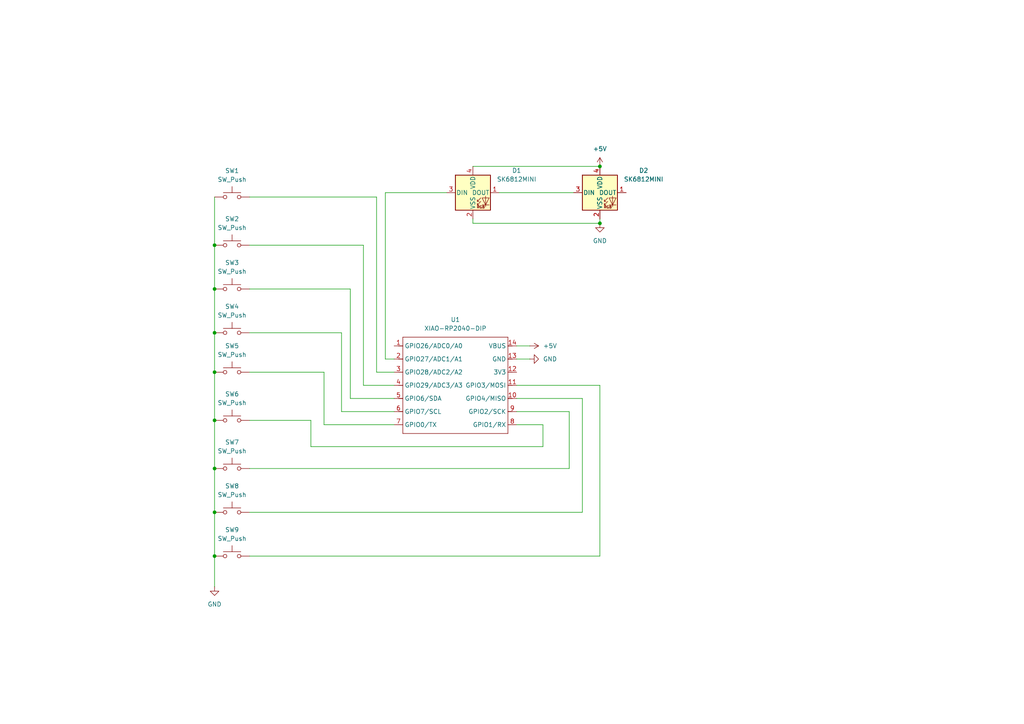
<source format=kicad_sch>
(kicad_sch
	(version 20250114)
	(generator "eeschema")
	(generator_version "9.0")
	(uuid "a17bded2-cd66-4cb5-92a3-1bcac6eeaa6f")
	(paper "A4")
	(lib_symbols
		(symbol "LED:SK6812MINI"
			(pin_names
				(offset 0.254)
			)
			(exclude_from_sim no)
			(in_bom yes)
			(on_board yes)
			(property "Reference" "D"
				(at 5.08 5.715 0)
				(effects
					(font
						(size 1.27 1.27)
					)
					(justify right bottom)
				)
			)
			(property "Value" "SK6812MINI"
				(at 1.27 -5.715 0)
				(effects
					(font
						(size 1.27 1.27)
					)
					(justify left top)
				)
			)
			(property "Footprint" "LED_SMD:LED_SK6812MINI_PLCC4_3.5x3.5mm_P1.75mm"
				(at 1.27 -7.62 0)
				(effects
					(font
						(size 1.27 1.27)
					)
					(justify left top)
					(hide yes)
				)
			)
			(property "Datasheet" "https://cdn-shop.adafruit.com/product-files/2686/SK6812MINI_REV.01-1-2.pdf"
				(at 2.54 -9.525 0)
				(effects
					(font
						(size 1.27 1.27)
					)
					(justify left top)
					(hide yes)
				)
			)
			(property "Description" "RGB LED with integrated controller"
				(at 0 0 0)
				(effects
					(font
						(size 1.27 1.27)
					)
					(hide yes)
				)
			)
			(property "ki_keywords" "RGB LED NeoPixel Mini addressable"
				(at 0 0 0)
				(effects
					(font
						(size 1.27 1.27)
					)
					(hide yes)
				)
			)
			(property "ki_fp_filters" "LED*SK6812MINI*PLCC*3.5x3.5mm*P1.75mm*"
				(at 0 0 0)
				(effects
					(font
						(size 1.27 1.27)
					)
					(hide yes)
				)
			)
			(symbol "SK6812MINI_0_0"
				(text "RGB"
					(at 2.286 -4.191 0)
					(effects
						(font
							(size 0.762 0.762)
						)
					)
				)
			)
			(symbol "SK6812MINI_0_1"
				(polyline
					(pts
						(xy 1.27 -2.54) (xy 1.778 -2.54)
					)
					(stroke
						(width 0)
						(type default)
					)
					(fill
						(type none)
					)
				)
				(polyline
					(pts
						(xy 1.27 -3.556) (xy 1.778 -3.556)
					)
					(stroke
						(width 0)
						(type default)
					)
					(fill
						(type none)
					)
				)
				(polyline
					(pts
						(xy 2.286 -1.524) (xy 1.27 -2.54) (xy 1.27 -2.032)
					)
					(stroke
						(width 0)
						(type default)
					)
					(fill
						(type none)
					)
				)
				(polyline
					(pts
						(xy 2.286 -2.54) (xy 1.27 -3.556) (xy 1.27 -3.048)
					)
					(stroke
						(width 0)
						(type default)
					)
					(fill
						(type none)
					)
				)
				(polyline
					(pts
						(xy 3.683 -1.016) (xy 3.683 -3.556) (xy 3.683 -4.064)
					)
					(stroke
						(width 0)
						(type default)
					)
					(fill
						(type none)
					)
				)
				(polyline
					(pts
						(xy 4.699 -1.524) (xy 2.667 -1.524) (xy 3.683 -3.556) (xy 4.699 -1.524)
					)
					(stroke
						(width 0)
						(type default)
					)
					(fill
						(type none)
					)
				)
				(polyline
					(pts
						(xy 4.699 -3.556) (xy 2.667 -3.556)
					)
					(stroke
						(width 0)
						(type default)
					)
					(fill
						(type none)
					)
				)
				(rectangle
					(start 5.08 5.08)
					(end -5.08 -5.08)
					(stroke
						(width 0.254)
						(type default)
					)
					(fill
						(type background)
					)
				)
			)
			(symbol "SK6812MINI_1_1"
				(pin input line
					(at -7.62 0 0)
					(length 2.54)
					(name "DIN"
						(effects
							(font
								(size 1.27 1.27)
							)
						)
					)
					(number "3"
						(effects
							(font
								(size 1.27 1.27)
							)
						)
					)
				)
				(pin power_in line
					(at 0 7.62 270)
					(length 2.54)
					(name "VDD"
						(effects
							(font
								(size 1.27 1.27)
							)
						)
					)
					(number "4"
						(effects
							(font
								(size 1.27 1.27)
							)
						)
					)
				)
				(pin power_in line
					(at 0 -7.62 90)
					(length 2.54)
					(name "VSS"
						(effects
							(font
								(size 1.27 1.27)
							)
						)
					)
					(number "2"
						(effects
							(font
								(size 1.27 1.27)
							)
						)
					)
				)
				(pin output line
					(at 7.62 0 180)
					(length 2.54)
					(name "DOUT"
						(effects
							(font
								(size 1.27 1.27)
							)
						)
					)
					(number "1"
						(effects
							(font
								(size 1.27 1.27)
							)
						)
					)
				)
			)
			(embedded_fonts no)
		)
		(symbol "Seeed_Studio_XIAO_Series:XIAO-RP2040-DIP"
			(exclude_from_sim no)
			(in_bom yes)
			(on_board yes)
			(property "Reference" "U"
				(at 0 0 0)
				(effects
					(font
						(size 1.27 1.27)
					)
				)
			)
			(property "Value" "XIAO-RP2040-DIP"
				(at 5.334 -1.778 0)
				(effects
					(font
						(size 1.27 1.27)
					)
				)
			)
			(property "Footprint" "Module:MOUDLE14P-XIAO-DIP-SMD"
				(at 14.478 -32.258 0)
				(effects
					(font
						(size 1.27 1.27)
					)
					(hide yes)
				)
			)
			(property "Datasheet" ""
				(at 0 0 0)
				(effects
					(font
						(size 1.27 1.27)
					)
					(hide yes)
				)
			)
			(property "Description" ""
				(at 0 0 0)
				(effects
					(font
						(size 1.27 1.27)
					)
					(hide yes)
				)
			)
			(symbol "XIAO-RP2040-DIP_1_0"
				(polyline
					(pts
						(xy -1.27 -2.54) (xy 29.21 -2.54)
					)
					(stroke
						(width 0.1524)
						(type solid)
					)
					(fill
						(type none)
					)
				)
				(polyline
					(pts
						(xy -1.27 -5.08) (xy -2.54 -5.08)
					)
					(stroke
						(width 0.1524)
						(type solid)
					)
					(fill
						(type none)
					)
				)
				(polyline
					(pts
						(xy -1.27 -5.08) (xy -1.27 -2.54)
					)
					(stroke
						(width 0.1524)
						(type solid)
					)
					(fill
						(type none)
					)
				)
				(polyline
					(pts
						(xy -1.27 -8.89) (xy -2.54 -8.89)
					)
					(stroke
						(width 0.1524)
						(type solid)
					)
					(fill
						(type none)
					)
				)
				(polyline
					(pts
						(xy -1.27 -8.89) (xy -1.27 -5.08)
					)
					(stroke
						(width 0.1524)
						(type solid)
					)
					(fill
						(type none)
					)
				)
				(polyline
					(pts
						(xy -1.27 -12.7) (xy -2.54 -12.7)
					)
					(stroke
						(width 0.1524)
						(type solid)
					)
					(fill
						(type none)
					)
				)
				(polyline
					(pts
						(xy -1.27 -12.7) (xy -1.27 -8.89)
					)
					(stroke
						(width 0.1524)
						(type solid)
					)
					(fill
						(type none)
					)
				)
				(polyline
					(pts
						(xy -1.27 -16.51) (xy -2.54 -16.51)
					)
					(stroke
						(width 0.1524)
						(type solid)
					)
					(fill
						(type none)
					)
				)
				(polyline
					(pts
						(xy -1.27 -16.51) (xy -1.27 -12.7)
					)
					(stroke
						(width 0.1524)
						(type solid)
					)
					(fill
						(type none)
					)
				)
				(polyline
					(pts
						(xy -1.27 -20.32) (xy -2.54 -20.32)
					)
					(stroke
						(width 0.1524)
						(type solid)
					)
					(fill
						(type none)
					)
				)
				(polyline
					(pts
						(xy -1.27 -24.13) (xy -2.54 -24.13)
					)
					(stroke
						(width 0.1524)
						(type solid)
					)
					(fill
						(type none)
					)
				)
				(polyline
					(pts
						(xy -1.27 -27.94) (xy -2.54 -27.94)
					)
					(stroke
						(width 0.1524)
						(type solid)
					)
					(fill
						(type none)
					)
				)
				(polyline
					(pts
						(xy -1.27 -30.48) (xy -1.27 -16.51)
					)
					(stroke
						(width 0.1524)
						(type solid)
					)
					(fill
						(type none)
					)
				)
				(polyline
					(pts
						(xy 29.21 -2.54) (xy 29.21 -5.08)
					)
					(stroke
						(width 0.1524)
						(type solid)
					)
					(fill
						(type none)
					)
				)
				(polyline
					(pts
						(xy 29.21 -5.08) (xy 29.21 -8.89)
					)
					(stroke
						(width 0.1524)
						(type solid)
					)
					(fill
						(type none)
					)
				)
				(polyline
					(pts
						(xy 29.21 -8.89) (xy 29.21 -12.7)
					)
					(stroke
						(width 0.1524)
						(type solid)
					)
					(fill
						(type none)
					)
				)
				(polyline
					(pts
						(xy 29.21 -12.7) (xy 29.21 -30.48)
					)
					(stroke
						(width 0.1524)
						(type solid)
					)
					(fill
						(type none)
					)
				)
				(polyline
					(pts
						(xy 29.21 -30.48) (xy -1.27 -30.48)
					)
					(stroke
						(width 0.1524)
						(type solid)
					)
					(fill
						(type none)
					)
				)
				(polyline
					(pts
						(xy 30.48 -5.08) (xy 29.21 -5.08)
					)
					(stroke
						(width 0.1524)
						(type solid)
					)
					(fill
						(type none)
					)
				)
				(polyline
					(pts
						(xy 30.48 -8.89) (xy 29.21 -8.89)
					)
					(stroke
						(width 0.1524)
						(type solid)
					)
					(fill
						(type none)
					)
				)
				(polyline
					(pts
						(xy 30.48 -12.7) (xy 29.21 -12.7)
					)
					(stroke
						(width 0.1524)
						(type solid)
					)
					(fill
						(type none)
					)
				)
				(polyline
					(pts
						(xy 30.48 -16.51) (xy 29.21 -16.51)
					)
					(stroke
						(width 0.1524)
						(type solid)
					)
					(fill
						(type none)
					)
				)
				(polyline
					(pts
						(xy 30.48 -20.32) (xy 29.21 -20.32)
					)
					(stroke
						(width 0.1524)
						(type solid)
					)
					(fill
						(type none)
					)
				)
				(polyline
					(pts
						(xy 30.48 -24.13) (xy 29.21 -24.13)
					)
					(stroke
						(width 0.1524)
						(type solid)
					)
					(fill
						(type none)
					)
				)
				(polyline
					(pts
						(xy 30.48 -27.94) (xy 29.21 -27.94)
					)
					(stroke
						(width 0.1524)
						(type solid)
					)
					(fill
						(type none)
					)
				)
				(pin passive line
					(at -3.81 -5.08 0)
					(length 2.54)
					(name "GPIO26/ADC0/A0"
						(effects
							(font
								(size 1.27 1.27)
							)
						)
					)
					(number "1"
						(effects
							(font
								(size 1.27 1.27)
							)
						)
					)
				)
				(pin passive line
					(at -3.81 -8.89 0)
					(length 2.54)
					(name "GPIO27/ADC1/A1"
						(effects
							(font
								(size 1.27 1.27)
							)
						)
					)
					(number "2"
						(effects
							(font
								(size 1.27 1.27)
							)
						)
					)
				)
				(pin passive line
					(at -3.81 -12.7 0)
					(length 2.54)
					(name "GPIO28/ADC2/A2"
						(effects
							(font
								(size 1.27 1.27)
							)
						)
					)
					(number "3"
						(effects
							(font
								(size 1.27 1.27)
							)
						)
					)
				)
				(pin passive line
					(at -3.81 -16.51 0)
					(length 2.54)
					(name "GPIO29/ADC3/A3"
						(effects
							(font
								(size 1.27 1.27)
							)
						)
					)
					(number "4"
						(effects
							(font
								(size 1.27 1.27)
							)
						)
					)
				)
				(pin passive line
					(at -3.81 -20.32 0)
					(length 2.54)
					(name "GPIO6/SDA"
						(effects
							(font
								(size 1.27 1.27)
							)
						)
					)
					(number "5"
						(effects
							(font
								(size 1.27 1.27)
							)
						)
					)
				)
				(pin passive line
					(at -3.81 -24.13 0)
					(length 2.54)
					(name "GPIO7/SCL"
						(effects
							(font
								(size 1.27 1.27)
							)
						)
					)
					(number "6"
						(effects
							(font
								(size 1.27 1.27)
							)
						)
					)
				)
				(pin passive line
					(at -3.81 -27.94 0)
					(length 2.54)
					(name "GPIO0/TX"
						(effects
							(font
								(size 1.27 1.27)
							)
						)
					)
					(number "7"
						(effects
							(font
								(size 1.27 1.27)
							)
						)
					)
				)
				(pin passive line
					(at 31.75 -5.08 180)
					(length 2.54)
					(name "VBUS"
						(effects
							(font
								(size 1.27 1.27)
							)
						)
					)
					(number "14"
						(effects
							(font
								(size 1.27 1.27)
							)
						)
					)
				)
				(pin passive line
					(at 31.75 -8.89 180)
					(length 2.54)
					(name "GND"
						(effects
							(font
								(size 1.27 1.27)
							)
						)
					)
					(number "13"
						(effects
							(font
								(size 1.27 1.27)
							)
						)
					)
				)
				(pin passive line
					(at 31.75 -12.7 180)
					(length 2.54)
					(name "3V3"
						(effects
							(font
								(size 1.27 1.27)
							)
						)
					)
					(number "12"
						(effects
							(font
								(size 1.27 1.27)
							)
						)
					)
				)
				(pin passive line
					(at 31.75 -16.51 180)
					(length 2.54)
					(name "GPIO3/MOSI"
						(effects
							(font
								(size 1.27 1.27)
							)
						)
					)
					(number "11"
						(effects
							(font
								(size 1.27 1.27)
							)
						)
					)
				)
				(pin passive line
					(at 31.75 -20.32 180)
					(length 2.54)
					(name "GPIO4/MISO"
						(effects
							(font
								(size 1.27 1.27)
							)
						)
					)
					(number "10"
						(effects
							(font
								(size 1.27 1.27)
							)
						)
					)
				)
				(pin passive line
					(at 31.75 -24.13 180)
					(length 2.54)
					(name "GPIO2/SCK"
						(effects
							(font
								(size 1.27 1.27)
							)
						)
					)
					(number "9"
						(effects
							(font
								(size 1.27 1.27)
							)
						)
					)
				)
				(pin passive line
					(at 31.75 -27.94 180)
					(length 2.54)
					(name "GPIO1/RX"
						(effects
							(font
								(size 1.27 1.27)
							)
						)
					)
					(number "8"
						(effects
							(font
								(size 1.27 1.27)
							)
						)
					)
				)
			)
			(embedded_fonts no)
		)
		(symbol "Switch:SW_Push"
			(pin_numbers
				(hide yes)
			)
			(pin_names
				(offset 1.016)
				(hide yes)
			)
			(exclude_from_sim no)
			(in_bom yes)
			(on_board yes)
			(property "Reference" "SW"
				(at 1.27 2.54 0)
				(effects
					(font
						(size 1.27 1.27)
					)
					(justify left)
				)
			)
			(property "Value" "SW_Push"
				(at 0 -1.524 0)
				(effects
					(font
						(size 1.27 1.27)
					)
				)
			)
			(property "Footprint" ""
				(at 0 5.08 0)
				(effects
					(font
						(size 1.27 1.27)
					)
					(hide yes)
				)
			)
			(property "Datasheet" "~"
				(at 0 5.08 0)
				(effects
					(font
						(size 1.27 1.27)
					)
					(hide yes)
				)
			)
			(property "Description" "Push button switch, generic, two pins"
				(at 0 0 0)
				(effects
					(font
						(size 1.27 1.27)
					)
					(hide yes)
				)
			)
			(property "ki_keywords" "switch normally-open pushbutton push-button"
				(at 0 0 0)
				(effects
					(font
						(size 1.27 1.27)
					)
					(hide yes)
				)
			)
			(symbol "SW_Push_0_1"
				(circle
					(center -2.032 0)
					(radius 0.508)
					(stroke
						(width 0)
						(type default)
					)
					(fill
						(type none)
					)
				)
				(polyline
					(pts
						(xy 0 1.27) (xy 0 3.048)
					)
					(stroke
						(width 0)
						(type default)
					)
					(fill
						(type none)
					)
				)
				(circle
					(center 2.032 0)
					(radius 0.508)
					(stroke
						(width 0)
						(type default)
					)
					(fill
						(type none)
					)
				)
				(polyline
					(pts
						(xy 2.54 1.27) (xy -2.54 1.27)
					)
					(stroke
						(width 0)
						(type default)
					)
					(fill
						(type none)
					)
				)
				(pin passive line
					(at -5.08 0 0)
					(length 2.54)
					(name "1"
						(effects
							(font
								(size 1.27 1.27)
							)
						)
					)
					(number "1"
						(effects
							(font
								(size 1.27 1.27)
							)
						)
					)
				)
				(pin passive line
					(at 5.08 0 180)
					(length 2.54)
					(name "2"
						(effects
							(font
								(size 1.27 1.27)
							)
						)
					)
					(number "2"
						(effects
							(font
								(size 1.27 1.27)
							)
						)
					)
				)
			)
			(embedded_fonts no)
		)
		(symbol "power:GND"
			(power)
			(pin_numbers
				(hide yes)
			)
			(pin_names
				(offset 0)
				(hide yes)
			)
			(exclude_from_sim no)
			(in_bom yes)
			(on_board yes)
			(property "Reference" "#PWR"
				(at 0 -6.35 0)
				(effects
					(font
						(size 1.27 1.27)
					)
					(hide yes)
				)
			)
			(property "Value" "GND"
				(at 0 -3.81 0)
				(effects
					(font
						(size 1.27 1.27)
					)
				)
			)
			(property "Footprint" ""
				(at 0 0 0)
				(effects
					(font
						(size 1.27 1.27)
					)
					(hide yes)
				)
			)
			(property "Datasheet" ""
				(at 0 0 0)
				(effects
					(font
						(size 1.27 1.27)
					)
					(hide yes)
				)
			)
			(property "Description" "Power symbol creates a global label with name \"GND\" , ground"
				(at 0 0 0)
				(effects
					(font
						(size 1.27 1.27)
					)
					(hide yes)
				)
			)
			(property "ki_keywords" "global power"
				(at 0 0 0)
				(effects
					(font
						(size 1.27 1.27)
					)
					(hide yes)
				)
			)
			(symbol "GND_0_1"
				(polyline
					(pts
						(xy 0 0) (xy 0 -1.27) (xy 1.27 -1.27) (xy 0 -2.54) (xy -1.27 -1.27) (xy 0 -1.27)
					)
					(stroke
						(width 0)
						(type default)
					)
					(fill
						(type none)
					)
				)
			)
			(symbol "GND_1_1"
				(pin power_in line
					(at 0 0 270)
					(length 0)
					(name "~"
						(effects
							(font
								(size 1.27 1.27)
							)
						)
					)
					(number "1"
						(effects
							(font
								(size 1.27 1.27)
							)
						)
					)
				)
			)
			(embedded_fonts no)
		)
		(symbol "power:VCC"
			(power)
			(pin_numbers
				(hide yes)
			)
			(pin_names
				(offset 0)
				(hide yes)
			)
			(exclude_from_sim no)
			(in_bom yes)
			(on_board yes)
			(property "Reference" "#PWR"
				(at 0 -3.81 0)
				(effects
					(font
						(size 1.27 1.27)
					)
					(hide yes)
				)
			)
			(property "Value" "VCC"
				(at 0 3.556 0)
				(effects
					(font
						(size 1.27 1.27)
					)
				)
			)
			(property "Footprint" ""
				(at 0 0 0)
				(effects
					(font
						(size 1.27 1.27)
					)
					(hide yes)
				)
			)
			(property "Datasheet" ""
				(at 0 0 0)
				(effects
					(font
						(size 1.27 1.27)
					)
					(hide yes)
				)
			)
			(property "Description" "Power symbol creates a global label with name \"VCC\""
				(at 0 0 0)
				(effects
					(font
						(size 1.27 1.27)
					)
					(hide yes)
				)
			)
			(property "ki_keywords" "global power"
				(at 0 0 0)
				(effects
					(font
						(size 1.27 1.27)
					)
					(hide yes)
				)
			)
			(symbol "VCC_0_1"
				(polyline
					(pts
						(xy -0.762 1.27) (xy 0 2.54)
					)
					(stroke
						(width 0)
						(type default)
					)
					(fill
						(type none)
					)
				)
				(polyline
					(pts
						(xy 0 2.54) (xy 0.762 1.27)
					)
					(stroke
						(width 0)
						(type default)
					)
					(fill
						(type none)
					)
				)
				(polyline
					(pts
						(xy 0 0) (xy 0 2.54)
					)
					(stroke
						(width 0)
						(type default)
					)
					(fill
						(type none)
					)
				)
			)
			(symbol "VCC_1_1"
				(pin power_in line
					(at 0 0 90)
					(length 0)
					(name "~"
						(effects
							(font
								(size 1.27 1.27)
							)
						)
					)
					(number "1"
						(effects
							(font
								(size 1.27 1.27)
							)
						)
					)
				)
			)
			(embedded_fonts no)
		)
	)
	(junction
		(at 173.99 48.26)
		(diameter 0)
		(color 0 0 0 0)
		(uuid "27f53741-9c03-432a-97e9-e04618165795")
	)
	(junction
		(at 62.23 71.12)
		(diameter 0)
		(color 0 0 0 0)
		(uuid "4cb9061e-8936-41fa-870f-fcbce09044d5")
	)
	(junction
		(at 62.23 161.29)
		(diameter 0)
		(color 0 0 0 0)
		(uuid "67bfa53b-9c2b-47ce-9f14-50c35faad69d")
	)
	(junction
		(at 62.23 121.92)
		(diameter 0)
		(color 0 0 0 0)
		(uuid "73abfeb0-29e3-4560-afd0-080cc78b9e20")
	)
	(junction
		(at 62.23 135.89)
		(diameter 0)
		(color 0 0 0 0)
		(uuid "7e656687-7e51-4d2d-af6c-e9a8885e629d")
	)
	(junction
		(at 62.23 148.59)
		(diameter 0)
		(color 0 0 0 0)
		(uuid "988c4943-0c58-4b24-9f92-aba54139a643")
	)
	(junction
		(at 62.23 107.95)
		(diameter 0)
		(color 0 0 0 0)
		(uuid "99dc85b3-d994-4fa0-8468-f7421efb293a")
	)
	(junction
		(at 62.23 96.52)
		(diameter 0)
		(color 0 0 0 0)
		(uuid "c039b4d2-bb98-4ba7-acf0-cf5860ecbab3")
	)
	(junction
		(at 173.99 64.77)
		(diameter 0)
		(color 0 0 0 0)
		(uuid "d1e7cbcf-b459-4ae7-8141-c10683d2b8d0")
	)
	(junction
		(at 62.23 83.82)
		(diameter 0)
		(color 0 0 0 0)
		(uuid "eacae5ee-3682-47fc-b3cf-27a52822505f")
	)
	(wire
		(pts
			(xy 62.23 135.89) (xy 62.23 148.59)
		)
		(stroke
			(width 0)
			(type default)
		)
		(uuid "0793082f-518a-4ea8-80ba-ab9cd1ec452d")
	)
	(wire
		(pts
			(xy 62.23 161.29) (xy 62.23 170.18)
		)
		(stroke
			(width 0)
			(type default)
		)
		(uuid "07e8d9d1-3bdd-409d-a4c6-1f8ff75e368a")
	)
	(wire
		(pts
			(xy 109.22 57.15) (xy 109.22 107.95)
		)
		(stroke
			(width 0)
			(type default)
		)
		(uuid "0c506edf-d743-4bd5-868c-af6bd8a7691d")
	)
	(wire
		(pts
			(xy 99.06 96.52) (xy 99.06 119.38)
		)
		(stroke
			(width 0)
			(type default)
		)
		(uuid "0d5dae64-5a0e-4e3c-b80d-d33028bda4b8")
	)
	(wire
		(pts
			(xy 101.6 83.82) (xy 101.6 115.57)
		)
		(stroke
			(width 0)
			(type default)
		)
		(uuid "12ef1d47-7761-4bc9-9bdb-e5b8be622c20")
	)
	(wire
		(pts
			(xy 101.6 115.57) (xy 114.3 115.57)
		)
		(stroke
			(width 0)
			(type default)
		)
		(uuid "1602f7fe-1583-4924-b627-a62e65224202")
	)
	(wire
		(pts
			(xy 72.39 121.92) (xy 90.17 121.92)
		)
		(stroke
			(width 0)
			(type default)
		)
		(uuid "17263cc2-d343-4b33-9abf-ab57dc957e9c")
	)
	(wire
		(pts
			(xy 168.91 148.59) (xy 168.91 115.57)
		)
		(stroke
			(width 0)
			(type default)
		)
		(uuid "21a3c1c1-9794-4caa-9b71-6ccb585384b8")
	)
	(wire
		(pts
			(xy 90.17 129.54) (xy 157.48 129.54)
		)
		(stroke
			(width 0)
			(type default)
		)
		(uuid "24154e96-d1e1-4763-912a-c9e15842a816")
	)
	(wire
		(pts
			(xy 173.99 63.5) (xy 173.99 64.77)
		)
		(stroke
			(width 0)
			(type default)
		)
		(uuid "244ef4cb-b821-44f1-89d4-35ad28c84083")
	)
	(wire
		(pts
			(xy 62.23 71.12) (xy 62.23 83.82)
		)
		(stroke
			(width 0)
			(type default)
		)
		(uuid "2aadd77a-ff0f-4049-b586-a82228574b61")
	)
	(wire
		(pts
			(xy 72.39 148.59) (xy 168.91 148.59)
		)
		(stroke
			(width 0)
			(type default)
		)
		(uuid "40748c25-902f-4fbf-924b-9c67e9d286cf")
	)
	(wire
		(pts
			(xy 137.16 48.26) (xy 173.99 48.26)
		)
		(stroke
			(width 0)
			(type default)
		)
		(uuid "465d0e0f-3783-4cf1-acd9-46ab0aa2d158")
	)
	(wire
		(pts
			(xy 105.41 71.12) (xy 105.41 111.76)
		)
		(stroke
			(width 0)
			(type default)
		)
		(uuid "4bba319c-8db7-4180-b3c2-5be4797894c2")
	)
	(wire
		(pts
			(xy 72.39 83.82) (xy 101.6 83.82)
		)
		(stroke
			(width 0)
			(type default)
		)
		(uuid "53ece5f0-3e38-4011-83ee-db86b962e391")
	)
	(wire
		(pts
			(xy 111.76 104.14) (xy 114.3 104.14)
		)
		(stroke
			(width 0)
			(type default)
		)
		(uuid "5efe7340-1a59-4d32-8c46-efc2c39efcf6")
	)
	(wire
		(pts
			(xy 149.86 100.33) (xy 153.67 100.33)
		)
		(stroke
			(width 0)
			(type default)
		)
		(uuid "60cdfedf-1815-48a0-8d5f-703a2b2c0aae")
	)
	(wire
		(pts
			(xy 93.98 107.95) (xy 93.98 123.19)
		)
		(stroke
			(width 0)
			(type default)
		)
		(uuid "616080dc-3048-48b6-9b5d-fcdddd55d85b")
	)
	(wire
		(pts
			(xy 173.99 161.29) (xy 173.99 111.76)
		)
		(stroke
			(width 0)
			(type default)
		)
		(uuid "635884e8-d645-495d-aa53-82a7ae152397")
	)
	(wire
		(pts
			(xy 62.23 83.82) (xy 62.23 96.52)
		)
		(stroke
			(width 0)
			(type default)
		)
		(uuid "63ca825e-e649-4ae6-97a0-3b109e8b18c3")
	)
	(wire
		(pts
			(xy 165.1 135.89) (xy 165.1 119.38)
		)
		(stroke
			(width 0)
			(type default)
		)
		(uuid "658299bd-a5bf-450a-9e95-a45b8fad207d")
	)
	(wire
		(pts
			(xy 173.99 111.76) (xy 149.86 111.76)
		)
		(stroke
			(width 0)
			(type default)
		)
		(uuid "66281a31-ba00-4b61-af74-3417899cd88d")
	)
	(wire
		(pts
			(xy 168.91 115.57) (xy 149.86 115.57)
		)
		(stroke
			(width 0)
			(type default)
		)
		(uuid "67a30768-7012-4c72-9388-623d2bb246ec")
	)
	(wire
		(pts
			(xy 72.39 107.95) (xy 93.98 107.95)
		)
		(stroke
			(width 0)
			(type default)
		)
		(uuid "786efad0-f655-4240-aed3-fe647a76fa3c")
	)
	(wire
		(pts
			(xy 111.76 55.88) (xy 111.76 104.14)
		)
		(stroke
			(width 0)
			(type default)
		)
		(uuid "8441adf8-dc17-4e68-884c-8ffa9895e25e")
	)
	(wire
		(pts
			(xy 109.22 107.95) (xy 114.3 107.95)
		)
		(stroke
			(width 0)
			(type default)
		)
		(uuid "859a1075-b705-4534-83ff-0d28a88c3f8d")
	)
	(wire
		(pts
			(xy 157.48 123.19) (xy 149.86 123.19)
		)
		(stroke
			(width 0)
			(type default)
		)
		(uuid "8acce611-0fc6-4914-9463-80d2cb081c45")
	)
	(wire
		(pts
			(xy 157.48 129.54) (xy 157.48 123.19)
		)
		(stroke
			(width 0)
			(type default)
		)
		(uuid "8de3d51e-e048-4d3f-8bf6-1ca20ba67d6a")
	)
	(wire
		(pts
			(xy 105.41 111.76) (xy 114.3 111.76)
		)
		(stroke
			(width 0)
			(type default)
		)
		(uuid "953905cd-4fca-4c77-8abc-7c864a5ad88a")
	)
	(wire
		(pts
			(xy 129.54 55.88) (xy 111.76 55.88)
		)
		(stroke
			(width 0)
			(type default)
		)
		(uuid "95fadc8b-7255-4a18-bad9-c9e388be92c3")
	)
	(wire
		(pts
			(xy 137.16 63.5) (xy 137.16 64.77)
		)
		(stroke
			(width 0)
			(type default)
		)
		(uuid "9f6302fb-d482-4cec-8948-5ab6ddbfe5b5")
	)
	(wire
		(pts
			(xy 93.98 123.19) (xy 114.3 123.19)
		)
		(stroke
			(width 0)
			(type default)
		)
		(uuid "a074c639-bc36-4a0a-8249-1dc42a460eec")
	)
	(wire
		(pts
			(xy 99.06 119.38) (xy 114.3 119.38)
		)
		(stroke
			(width 0)
			(type default)
		)
		(uuid "a30b0f0a-68d7-434c-8881-e109b9cf81d2")
	)
	(wire
		(pts
			(xy 165.1 119.38) (xy 149.86 119.38)
		)
		(stroke
			(width 0)
			(type default)
		)
		(uuid "a4fd1cb8-4b44-40af-89e9-01549a870052")
	)
	(wire
		(pts
			(xy 137.16 64.77) (xy 173.99 64.77)
		)
		(stroke
			(width 0)
			(type default)
		)
		(uuid "ae972f92-1946-4b7e-bda6-671e63a7a71e")
	)
	(wire
		(pts
			(xy 149.86 104.14) (xy 153.67 104.14)
		)
		(stroke
			(width 0)
			(type default)
		)
		(uuid "b6207702-aad5-43d6-98c5-ae49045800e3")
	)
	(wire
		(pts
			(xy 62.23 57.15) (xy 62.23 71.12)
		)
		(stroke
			(width 0)
			(type default)
		)
		(uuid "bd166825-3289-4105-a556-d530a3261a78")
	)
	(wire
		(pts
			(xy 62.23 107.95) (xy 62.23 121.92)
		)
		(stroke
			(width 0)
			(type default)
		)
		(uuid "c245f70a-696a-4cce-8817-4f8738e3945a")
	)
	(wire
		(pts
			(xy 72.39 135.89) (xy 165.1 135.89)
		)
		(stroke
			(width 0)
			(type default)
		)
		(uuid "c3f74899-5af1-440f-a68a-ef0240ba0996")
	)
	(wire
		(pts
			(xy 62.23 96.52) (xy 62.23 107.95)
		)
		(stroke
			(width 0)
			(type default)
		)
		(uuid "cbc9c9b8-b026-4756-8c41-4fc9a9fd43a5")
	)
	(wire
		(pts
			(xy 144.78 55.88) (xy 166.37 55.88)
		)
		(stroke
			(width 0)
			(type default)
		)
		(uuid "d3a2c4c1-62a9-49ff-a22e-4b20d55f2bcd")
	)
	(wire
		(pts
			(xy 62.23 148.59) (xy 62.23 161.29)
		)
		(stroke
			(width 0)
			(type default)
		)
		(uuid "db42c25f-a94c-465b-a03e-690f99cf4b72")
	)
	(wire
		(pts
			(xy 72.39 71.12) (xy 105.41 71.12)
		)
		(stroke
			(width 0)
			(type default)
		)
		(uuid "e654ef7a-e612-498b-82dd-10ed79cd342e")
	)
	(wire
		(pts
			(xy 72.39 161.29) (xy 173.99 161.29)
		)
		(stroke
			(width 0)
			(type default)
		)
		(uuid "eb83c0d4-00c4-428c-b202-3538c4dcb218")
	)
	(wire
		(pts
			(xy 72.39 57.15) (xy 109.22 57.15)
		)
		(stroke
			(width 0)
			(type default)
		)
		(uuid "f18be19d-faa1-44bf-a94f-093947cf9ca5")
	)
	(wire
		(pts
			(xy 72.39 96.52) (xy 99.06 96.52)
		)
		(stroke
			(width 0)
			(type default)
		)
		(uuid "f5b50871-5537-4099-8f4e-4af82140612c")
	)
	(wire
		(pts
			(xy 90.17 121.92) (xy 90.17 129.54)
		)
		(stroke
			(width 0)
			(type default)
		)
		(uuid "fc6d38c7-26a2-49d4-a0e5-5c901a6a4046")
	)
	(wire
		(pts
			(xy 62.23 121.92) (xy 62.23 135.89)
		)
		(stroke
			(width 0)
			(type default)
		)
		(uuid "fd516408-3f35-46ac-956e-513aff72edcd")
	)
	(symbol
		(lib_id "Switch:SW_Push")
		(at 67.31 135.89 0)
		(unit 1)
		(exclude_from_sim no)
		(in_bom yes)
		(on_board yes)
		(dnp no)
		(fields_autoplaced yes)
		(uuid "0644d745-8d8d-4fab-b2c8-0b8ca37d15cc")
		(property "Reference" "SW7"
			(at 67.31 128.27 0)
			(effects
				(font
					(size 1.27 1.27)
				)
			)
		)
		(property "Value" "SW_Push"
			(at 67.31 130.81 0)
			(effects
				(font
					(size 1.27 1.27)
				)
			)
		)
		(property "Footprint" "Button_Switch_Keyboard:SW_Cherry_MX_1.00u_PCB"
			(at 67.31 130.81 0)
			(effects
				(font
					(size 1.27 1.27)
				)
				(hide yes)
			)
		)
		(property "Datasheet" "~"
			(at 67.31 130.81 0)
			(effects
				(font
					(size 1.27 1.27)
				)
				(hide yes)
			)
		)
		(property "Description" "Push button switch, generic, two pins"
			(at 67.31 135.89 0)
			(effects
				(font
					(size 1.27 1.27)
				)
				(hide yes)
			)
		)
		(pin "2"
			(uuid "e30346cf-91ba-4542-97f3-b3f9fc9ce620")
		)
		(pin "1"
			(uuid "d3f60373-2d8e-490a-9cc8-15bafe7cb3f6")
		)
		(instances
			(project "HACKPAD"
				(path "/a17bded2-cd66-4cb5-92a3-1bcac6eeaa6f"
					(reference "SW7")
					(unit 1)
				)
			)
		)
	)
	(symbol
		(lib_id "Switch:SW_Push")
		(at 67.31 121.92 0)
		(unit 1)
		(exclude_from_sim no)
		(in_bom yes)
		(on_board yes)
		(dnp no)
		(fields_autoplaced yes)
		(uuid "1135d2f1-12fb-4eee-aea0-4a91771261b6")
		(property "Reference" "SW6"
			(at 67.31 114.3 0)
			(effects
				(font
					(size 1.27 1.27)
				)
			)
		)
		(property "Value" "SW_Push"
			(at 67.31 116.84 0)
			(effects
				(font
					(size 1.27 1.27)
				)
			)
		)
		(property "Footprint" "Button_Switch_Keyboard:SW_Cherry_MX_1.00u_PCB"
			(at 67.31 116.84 0)
			(effects
				(font
					(size 1.27 1.27)
				)
				(hide yes)
			)
		)
		(property "Datasheet" "~"
			(at 67.31 116.84 0)
			(effects
				(font
					(size 1.27 1.27)
				)
				(hide yes)
			)
		)
		(property "Description" "Push button switch, generic, two pins"
			(at 67.31 121.92 0)
			(effects
				(font
					(size 1.27 1.27)
				)
				(hide yes)
			)
		)
		(pin "2"
			(uuid "ae34e5b0-5f2b-44bc-bc89-7603dd154745")
		)
		(pin "1"
			(uuid "0916c9df-3b35-4d86-92ec-f93b042574c2")
		)
		(instances
			(project "HACKPAD"
				(path "/a17bded2-cd66-4cb5-92a3-1bcac6eeaa6f"
					(reference "SW6")
					(unit 1)
				)
			)
		)
	)
	(symbol
		(lib_id "Switch:SW_Push")
		(at 67.31 71.12 0)
		(unit 1)
		(exclude_from_sim no)
		(in_bom yes)
		(on_board yes)
		(dnp no)
		(fields_autoplaced yes)
		(uuid "13160055-5e8b-41c4-88d8-345b7b8e7300")
		(property "Reference" "SW2"
			(at 67.31 63.5 0)
			(effects
				(font
					(size 1.27 1.27)
				)
			)
		)
		(property "Value" "SW_Push"
			(at 67.31 66.04 0)
			(effects
				(font
					(size 1.27 1.27)
				)
			)
		)
		(property "Footprint" "Button_Switch_Keyboard:SW_Cherry_MX_1.00u_PCB"
			(at 67.31 66.04 0)
			(effects
				(font
					(size 1.27 1.27)
				)
				(hide yes)
			)
		)
		(property "Datasheet" "~"
			(at 67.31 66.04 0)
			(effects
				(font
					(size 1.27 1.27)
				)
				(hide yes)
			)
		)
		(property "Description" "Push button switch, generic, two pins"
			(at 67.31 71.12 0)
			(effects
				(font
					(size 1.27 1.27)
				)
				(hide yes)
			)
		)
		(pin "2"
			(uuid "c635e71f-793b-4e67-b5e3-a5f18f77390b")
		)
		(pin "1"
			(uuid "be3f5d33-5062-4817-9d8c-87a1a1d66534")
		)
		(instances
			(project "HACKPAD"
				(path "/a17bded2-cd66-4cb5-92a3-1bcac6eeaa6f"
					(reference "SW2")
					(unit 1)
				)
			)
		)
	)
	(symbol
		(lib_id "LED:SK6812MINI")
		(at 173.99 55.88 0)
		(unit 1)
		(exclude_from_sim no)
		(in_bom yes)
		(on_board yes)
		(dnp no)
		(fields_autoplaced yes)
		(uuid "1f8b79a8-fc14-4f95-8f4f-dd8ba08f3bfa")
		(property "Reference" "D2"
			(at 186.69 49.4598 0)
			(effects
				(font
					(size 1.27 1.27)
				)
			)
		)
		(property "Value" "SK6812MINI"
			(at 186.69 51.9998 0)
			(effects
				(font
					(size 1.27 1.27)
				)
			)
		)
		(property "Footprint" "LED_SMD:LED_SK6812MINI_PLCC4_3.5x3.5mm_P1.75mm"
			(at 175.26 63.5 0)
			(effects
				(font
					(size 1.27 1.27)
				)
				(justify left top)
				(hide yes)
			)
		)
		(property "Datasheet" "https://cdn-shop.adafruit.com/product-files/2686/SK6812MINI_REV.01-1-2.pdf"
			(at 176.53 65.405 0)
			(effects
				(font
					(size 1.27 1.27)
				)
				(justify left top)
				(hide yes)
			)
		)
		(property "Description" "RGB LED with integrated controller"
			(at 173.99 55.88 0)
			(effects
				(font
					(size 1.27 1.27)
				)
				(hide yes)
			)
		)
		(pin "4"
			(uuid "a5a915e1-fd4c-4505-bd7f-e4804ed8eacf")
		)
		(pin "2"
			(uuid "f4f70eca-5fc6-4f3f-9234-763240701db3")
		)
		(pin "3"
			(uuid "b43c8197-7a48-453e-be7c-f5df00e93fa9")
		)
		(pin "1"
			(uuid "60e9f49f-e435-43ef-b6e0-252936e01438")
		)
		(instances
			(project "HACKPAD"
				(path "/a17bded2-cd66-4cb5-92a3-1bcac6eeaa6f"
					(reference "D2")
					(unit 1)
				)
			)
		)
	)
	(symbol
		(lib_id "Switch:SW_Push")
		(at 67.31 57.15 0)
		(unit 1)
		(exclude_from_sim no)
		(in_bom yes)
		(on_board yes)
		(dnp no)
		(fields_autoplaced yes)
		(uuid "26cef452-e28c-4536-987d-eb14693dbe52")
		(property "Reference" "SW1"
			(at 67.31 49.53 0)
			(effects
				(font
					(size 1.27 1.27)
				)
			)
		)
		(property "Value" "SW_Push"
			(at 67.31 52.07 0)
			(effects
				(font
					(size 1.27 1.27)
				)
			)
		)
		(property "Footprint" "Button_Switch_Keyboard:SW_Cherry_MX_1.00u_PCB"
			(at 67.31 52.07 0)
			(effects
				(font
					(size 1.27 1.27)
				)
				(hide yes)
			)
		)
		(property "Datasheet" "~"
			(at 67.31 52.07 0)
			(effects
				(font
					(size 1.27 1.27)
				)
				(hide yes)
			)
		)
		(property "Description" "Push button switch, generic, two pins"
			(at 67.31 57.15 0)
			(effects
				(font
					(size 1.27 1.27)
				)
				(hide yes)
			)
		)
		(pin "2"
			(uuid "d3bb4e01-5345-480c-a985-086e64e5b021")
		)
		(pin "1"
			(uuid "b9212ce2-a1a9-482d-8981-7d64004c48aa")
		)
		(instances
			(project ""
				(path "/a17bded2-cd66-4cb5-92a3-1bcac6eeaa6f"
					(reference "SW1")
					(unit 1)
				)
			)
		)
	)
	(symbol
		(lib_id "Switch:SW_Push")
		(at 67.31 96.52 0)
		(unit 1)
		(exclude_from_sim no)
		(in_bom yes)
		(on_board yes)
		(dnp no)
		(fields_autoplaced yes)
		(uuid "3dc60d1b-a425-48e8-9e82-4b91be8095c1")
		(property "Reference" "SW4"
			(at 67.31 88.9 0)
			(effects
				(font
					(size 1.27 1.27)
				)
			)
		)
		(property "Value" "SW_Push"
			(at 67.31 91.44 0)
			(effects
				(font
					(size 1.27 1.27)
				)
			)
		)
		(property "Footprint" "Button_Switch_Keyboard:SW_Cherry_MX_1.00u_PCB"
			(at 67.31 91.44 0)
			(effects
				(font
					(size 1.27 1.27)
				)
				(hide yes)
			)
		)
		(property "Datasheet" "~"
			(at 67.31 91.44 0)
			(effects
				(font
					(size 1.27 1.27)
				)
				(hide yes)
			)
		)
		(property "Description" "Push button switch, generic, two pins"
			(at 67.31 96.52 0)
			(effects
				(font
					(size 1.27 1.27)
				)
				(hide yes)
			)
		)
		(pin "2"
			(uuid "eb43cff3-f1ef-49fc-acd7-8fc209988e58")
		)
		(pin "1"
			(uuid "4bed1571-8665-4420-9723-df613393b559")
		)
		(instances
			(project "HACKPAD"
				(path "/a17bded2-cd66-4cb5-92a3-1bcac6eeaa6f"
					(reference "SW4")
					(unit 1)
				)
			)
		)
	)
	(symbol
		(lib_id "power:VCC")
		(at 173.99 48.26 0)
		(unit 1)
		(exclude_from_sim no)
		(in_bom yes)
		(on_board yes)
		(dnp no)
		(fields_autoplaced yes)
		(uuid "425e24bd-cd5a-454c-9529-ee3df6c5c7d7")
		(property "Reference" "#PWR03"
			(at 173.99 52.07 0)
			(effects
				(font
					(size 1.27 1.27)
				)
				(hide yes)
			)
		)
		(property "Value" "+5V"
			(at 173.99 43.18 0)
			(effects
				(font
					(size 1.27 1.27)
				)
			)
		)
		(property "Footprint" ""
			(at 173.99 48.26 0)
			(effects
				(font
					(size 1.27 1.27)
				)
				(hide yes)
			)
		)
		(property "Datasheet" ""
			(at 173.99 48.26 0)
			(effects
				(font
					(size 1.27 1.27)
				)
				(hide yes)
			)
		)
		(property "Description" "Power symbol creates a global label with name \"VCC\""
			(at 173.99 48.26 0)
			(effects
				(font
					(size 1.27 1.27)
				)
				(hide yes)
			)
		)
		(pin "1"
			(uuid "82245ff8-b077-4652-820e-6a995ace7089")
		)
		(instances
			(project ""
				(path "/a17bded2-cd66-4cb5-92a3-1bcac6eeaa6f"
					(reference "#PWR03")
					(unit 1)
				)
			)
		)
	)
	(symbol
		(lib_id "Switch:SW_Push")
		(at 67.31 148.59 0)
		(unit 1)
		(exclude_from_sim no)
		(in_bom yes)
		(on_board yes)
		(dnp no)
		(fields_autoplaced yes)
		(uuid "524d2c33-640e-4336-94fb-2d4278d871a4")
		(property "Reference" "SW8"
			(at 67.31 140.97 0)
			(effects
				(font
					(size 1.27 1.27)
				)
			)
		)
		(property "Value" "SW_Push"
			(at 67.31 143.51 0)
			(effects
				(font
					(size 1.27 1.27)
				)
			)
		)
		(property "Footprint" "Button_Switch_Keyboard:SW_Cherry_MX_1.00u_PCB"
			(at 67.31 143.51 0)
			(effects
				(font
					(size 1.27 1.27)
				)
				(hide yes)
			)
		)
		(property "Datasheet" "~"
			(at 67.31 143.51 0)
			(effects
				(font
					(size 1.27 1.27)
				)
				(hide yes)
			)
		)
		(property "Description" "Push button switch, generic, two pins"
			(at 67.31 148.59 0)
			(effects
				(font
					(size 1.27 1.27)
				)
				(hide yes)
			)
		)
		(pin "2"
			(uuid "6e42fc99-4768-4867-b32f-a71d65d42d4f")
		)
		(pin "1"
			(uuid "b3a205df-a779-4fff-b41b-43dd5bd7dbc6")
		)
		(instances
			(project "HACKPAD"
				(path "/a17bded2-cd66-4cb5-92a3-1bcac6eeaa6f"
					(reference "SW8")
					(unit 1)
				)
			)
		)
	)
	(symbol
		(lib_id "Seeed_Studio_XIAO_Series:XIAO-RP2040-DIP")
		(at 118.11 95.25 0)
		(unit 1)
		(exclude_from_sim no)
		(in_bom yes)
		(on_board yes)
		(dnp no)
		(fields_autoplaced yes)
		(uuid "61e177a8-ad7a-4be0-b3a7-8320e684ecb8")
		(property "Reference" "U1"
			(at 132.08 92.71 0)
			(effects
				(font
					(size 1.27 1.27)
				)
			)
		)
		(property "Value" "XIAO-RP2040-DIP"
			(at 132.08 95.25 0)
			(effects
				(font
					(size 1.27 1.27)
				)
			)
		)
		(property "Footprint" "Seeed Studio XIAO Series Library:XIAO-RP2040-DIP"
			(at 132.588 127.508 0)
			(effects
				(font
					(size 1.27 1.27)
				)
				(hide yes)
			)
		)
		(property "Datasheet" ""
			(at 118.11 95.25 0)
			(effects
				(font
					(size 1.27 1.27)
				)
				(hide yes)
			)
		)
		(property "Description" ""
			(at 118.11 95.25 0)
			(effects
				(font
					(size 1.27 1.27)
				)
				(hide yes)
			)
		)
		(pin "7"
			(uuid "4a4fba0d-91f9-4450-a93c-d5c7b769e80e")
		)
		(pin "12"
			(uuid "0ebf4d00-025c-4b34-97aa-1b4efb49e4c5")
		)
		(pin "5"
			(uuid "82331917-1f70-4c9f-8515-7f78b9e859bc")
		)
		(pin "6"
			(uuid "7e2a54bf-c2be-4d32-8677-2a4fac205c26")
		)
		(pin "8"
			(uuid "0d485817-e256-44a1-a29f-ca3d4bc13b85")
		)
		(pin "13"
			(uuid "6619ae94-120b-49be-adec-298241088d93")
		)
		(pin "10"
			(uuid "1e8e6486-7ffe-4d89-b90a-6da27c3bc449")
		)
		(pin "1"
			(uuid "71fe028a-1f2a-4822-a19f-0b0d610830a2")
		)
		(pin "14"
			(uuid "086d2594-ca3c-42df-9373-d10a3e204f78")
		)
		(pin "11"
			(uuid "e59fc76d-3b46-4813-9a9b-73f1a9352c36")
		)
		(pin "2"
			(uuid "afd78d1e-2ec9-4ac4-9a0a-a4edcd1215f7")
		)
		(pin "3"
			(uuid "1a185945-5d03-4957-a265-076cd3073b79")
		)
		(pin "4"
			(uuid "00f75abc-19d6-4eae-be36-d8ee555d9180")
		)
		(pin "9"
			(uuid "dc266ae8-423d-4d4e-8fe4-999e7b7de1f9")
		)
		(instances
			(project ""
				(path "/a17bded2-cd66-4cb5-92a3-1bcac6eeaa6f"
					(reference "U1")
					(unit 1)
				)
			)
		)
	)
	(symbol
		(lib_id "power:GND")
		(at 62.23 170.18 0)
		(unit 1)
		(exclude_from_sim no)
		(in_bom yes)
		(on_board yes)
		(dnp no)
		(fields_autoplaced yes)
		(uuid "713624af-2efd-4a2a-ba2e-b104314fcb92")
		(property "Reference" "#PWR05"
			(at 62.23 176.53 0)
			(effects
				(font
					(size 1.27 1.27)
				)
				(hide yes)
			)
		)
		(property "Value" "GND"
			(at 62.23 175.26 0)
			(effects
				(font
					(size 1.27 1.27)
				)
			)
		)
		(property "Footprint" ""
			(at 62.23 170.18 0)
			(effects
				(font
					(size 1.27 1.27)
				)
				(hide yes)
			)
		)
		(property "Datasheet" ""
			(at 62.23 170.18 0)
			(effects
				(font
					(size 1.27 1.27)
				)
				(hide yes)
			)
		)
		(property "Description" "Power symbol creates a global label with name \"GND\" , ground"
			(at 62.23 170.18 0)
			(effects
				(font
					(size 1.27 1.27)
				)
				(hide yes)
			)
		)
		(pin "1"
			(uuid "3a8f8f25-cbd7-45cc-9fd0-546671213402")
		)
		(instances
			(project "HACKPAD"
				(path "/a17bded2-cd66-4cb5-92a3-1bcac6eeaa6f"
					(reference "#PWR05")
					(unit 1)
				)
			)
		)
	)
	(symbol
		(lib_id "Switch:SW_Push")
		(at 67.31 107.95 0)
		(unit 1)
		(exclude_from_sim no)
		(in_bom yes)
		(on_board yes)
		(dnp no)
		(fields_autoplaced yes)
		(uuid "8e2b3cde-9f6a-4293-a1e6-d81d2d1afd56")
		(property "Reference" "SW5"
			(at 67.31 100.33 0)
			(effects
				(font
					(size 1.27 1.27)
				)
			)
		)
		(property "Value" "SW_Push"
			(at 67.31 102.87 0)
			(effects
				(font
					(size 1.27 1.27)
				)
			)
		)
		(property "Footprint" "Button_Switch_Keyboard:SW_Cherry_MX_1.00u_PCB"
			(at 67.31 102.87 0)
			(effects
				(font
					(size 1.27 1.27)
				)
				(hide yes)
			)
		)
		(property "Datasheet" "~"
			(at 67.31 102.87 0)
			(effects
				(font
					(size 1.27 1.27)
				)
				(hide yes)
			)
		)
		(property "Description" "Push button switch, generic, two pins"
			(at 67.31 107.95 0)
			(effects
				(font
					(size 1.27 1.27)
				)
				(hide yes)
			)
		)
		(pin "2"
			(uuid "b9865580-bd19-4629-b64e-a0bda4a9d88f")
		)
		(pin "1"
			(uuid "5b39badb-5769-47e1-8c92-6c6b5113f8a6")
		)
		(instances
			(project "HACKPAD"
				(path "/a17bded2-cd66-4cb5-92a3-1bcac6eeaa6f"
					(reference "SW5")
					(unit 1)
				)
			)
		)
	)
	(symbol
		(lib_id "power:GND")
		(at 173.99 64.77 0)
		(unit 1)
		(exclude_from_sim no)
		(in_bom yes)
		(on_board yes)
		(dnp no)
		(fields_autoplaced yes)
		(uuid "96891ce3-dd27-45ed-8452-a17289f58bf5")
		(property "Reference" "#PWR02"
			(at 173.99 71.12 0)
			(effects
				(font
					(size 1.27 1.27)
				)
				(hide yes)
			)
		)
		(property "Value" "GND"
			(at 173.99 69.85 0)
			(effects
				(font
					(size 1.27 1.27)
				)
			)
		)
		(property "Footprint" ""
			(at 173.99 64.77 0)
			(effects
				(font
					(size 1.27 1.27)
				)
				(hide yes)
			)
		)
		(property "Datasheet" ""
			(at 173.99 64.77 0)
			(effects
				(font
					(size 1.27 1.27)
				)
				(hide yes)
			)
		)
		(property "Description" "Power symbol creates a global label with name \"GND\" , ground"
			(at 173.99 64.77 0)
			(effects
				(font
					(size 1.27 1.27)
				)
				(hide yes)
			)
		)
		(pin "1"
			(uuid "b9a4db25-f210-4088-a3e9-1cd7c873258b")
		)
		(instances
			(project "HACKPAD"
				(path "/a17bded2-cd66-4cb5-92a3-1bcac6eeaa6f"
					(reference "#PWR02")
					(unit 1)
				)
			)
		)
	)
	(symbol
		(lib_id "Switch:SW_Push")
		(at 67.31 161.29 0)
		(unit 1)
		(exclude_from_sim no)
		(in_bom yes)
		(on_board yes)
		(dnp no)
		(fields_autoplaced yes)
		(uuid "a9012592-a001-40ac-833b-51950cdb87ce")
		(property "Reference" "SW9"
			(at 67.31 153.67 0)
			(effects
				(font
					(size 1.27 1.27)
				)
			)
		)
		(property "Value" "SW_Push"
			(at 67.31 156.21 0)
			(effects
				(font
					(size 1.27 1.27)
				)
			)
		)
		(property "Footprint" "Button_Switch_Keyboard:SW_Cherry_MX_1.00u_PCB"
			(at 67.31 156.21 0)
			(effects
				(font
					(size 1.27 1.27)
				)
				(hide yes)
			)
		)
		(property "Datasheet" "~"
			(at 67.31 156.21 0)
			(effects
				(font
					(size 1.27 1.27)
				)
				(hide yes)
			)
		)
		(property "Description" "Push button switch, generic, two pins"
			(at 67.31 161.29 0)
			(effects
				(font
					(size 1.27 1.27)
				)
				(hide yes)
			)
		)
		(pin "2"
			(uuid "f07d41a3-435b-43aa-b837-5627f1b70878")
		)
		(pin "1"
			(uuid "c83de74d-fce7-421b-9021-7f0f7d4a3259")
		)
		(instances
			(project "HACKPAD"
				(path "/a17bded2-cd66-4cb5-92a3-1bcac6eeaa6f"
					(reference "SW9")
					(unit 1)
				)
			)
		)
	)
	(symbol
		(lib_id "power:GND")
		(at 153.67 104.14 90)
		(unit 1)
		(exclude_from_sim no)
		(in_bom yes)
		(on_board yes)
		(dnp no)
		(fields_autoplaced yes)
		(uuid "b74a0f25-add1-4bd2-8fc1-36633a621455")
		(property "Reference" "#PWR01"
			(at 160.02 104.14 0)
			(effects
				(font
					(size 1.27 1.27)
				)
				(hide yes)
			)
		)
		(property "Value" "GND"
			(at 157.48 104.1399 90)
			(effects
				(font
					(size 1.27 1.27)
				)
				(justify right)
			)
		)
		(property "Footprint" ""
			(at 153.67 104.14 0)
			(effects
				(font
					(size 1.27 1.27)
				)
				(hide yes)
			)
		)
		(property "Datasheet" ""
			(at 153.67 104.14 0)
			(effects
				(font
					(size 1.27 1.27)
				)
				(hide yes)
			)
		)
		(property "Description" "Power symbol creates a global label with name \"GND\" , ground"
			(at 153.67 104.14 0)
			(effects
				(font
					(size 1.27 1.27)
				)
				(hide yes)
			)
		)
		(pin "1"
			(uuid "7017c15b-90c5-4f3e-8ebd-c812d3b66218")
		)
		(instances
			(project ""
				(path "/a17bded2-cd66-4cb5-92a3-1bcac6eeaa6f"
					(reference "#PWR01")
					(unit 1)
				)
			)
		)
	)
	(symbol
		(lib_id "power:VCC")
		(at 153.67 100.33 270)
		(unit 1)
		(exclude_from_sim no)
		(in_bom yes)
		(on_board yes)
		(dnp no)
		(fields_autoplaced yes)
		(uuid "cad430ac-8f99-4ecb-8081-bdf6eee1946f")
		(property "Reference" "#PWR04"
			(at 149.86 100.33 0)
			(effects
				(font
					(size 1.27 1.27)
				)
				(hide yes)
			)
		)
		(property "Value" "+5V"
			(at 157.48 100.3299 90)
			(effects
				(font
					(size 1.27 1.27)
				)
				(justify left)
			)
		)
		(property "Footprint" ""
			(at 153.67 100.33 0)
			(effects
				(font
					(size 1.27 1.27)
				)
				(hide yes)
			)
		)
		(property "Datasheet" ""
			(at 153.67 100.33 0)
			(effects
				(font
					(size 1.27 1.27)
				)
				(hide yes)
			)
		)
		(property "Description" "Power symbol creates a global label with name \"VCC\""
			(at 153.67 100.33 0)
			(effects
				(font
					(size 1.27 1.27)
				)
				(hide yes)
			)
		)
		(pin "1"
			(uuid "0e5d3595-32f5-43ae-b416-ab55488b36a6")
		)
		(instances
			(project "HACKPAD"
				(path "/a17bded2-cd66-4cb5-92a3-1bcac6eeaa6f"
					(reference "#PWR04")
					(unit 1)
				)
			)
		)
	)
	(symbol
		(lib_id "Switch:SW_Push")
		(at 67.31 83.82 0)
		(unit 1)
		(exclude_from_sim no)
		(in_bom yes)
		(on_board yes)
		(dnp no)
		(fields_autoplaced yes)
		(uuid "f399d2cf-182a-489a-987d-384b7d371aa8")
		(property "Reference" "SW3"
			(at 67.31 76.2 0)
			(effects
				(font
					(size 1.27 1.27)
				)
			)
		)
		(property "Value" "SW_Push"
			(at 67.31 78.74 0)
			(effects
				(font
					(size 1.27 1.27)
				)
			)
		)
		(property "Footprint" "Button_Switch_Keyboard:SW_Cherry_MX_1.00u_PCB"
			(at 67.31 78.74 0)
			(effects
				(font
					(size 1.27 1.27)
				)
				(hide yes)
			)
		)
		(property "Datasheet" "~"
			(at 67.31 78.74 0)
			(effects
				(font
					(size 1.27 1.27)
				)
				(hide yes)
			)
		)
		(property "Description" "Push button switch, generic, two pins"
			(at 67.31 83.82 0)
			(effects
				(font
					(size 1.27 1.27)
				)
				(hide yes)
			)
		)
		(pin "2"
			(uuid "471dc144-1fec-40d4-bdb8-8d77df5af481")
		)
		(pin "1"
			(uuid "11d07815-aee2-420d-ac0d-5f7a47321f44")
		)
		(instances
			(project "HACKPAD"
				(path "/a17bded2-cd66-4cb5-92a3-1bcac6eeaa6f"
					(reference "SW3")
					(unit 1)
				)
			)
		)
	)
	(symbol
		(lib_id "LED:SK6812MINI")
		(at 137.16 55.88 0)
		(unit 1)
		(exclude_from_sim no)
		(in_bom yes)
		(on_board yes)
		(dnp no)
		(fields_autoplaced yes)
		(uuid "ff78a45f-4044-41b3-a64d-82809e41266c")
		(property "Reference" "D1"
			(at 149.86 49.4598 0)
			(effects
				(font
					(size 1.27 1.27)
				)
			)
		)
		(property "Value" "SK6812MINI"
			(at 149.86 51.9998 0)
			(effects
				(font
					(size 1.27 1.27)
				)
			)
		)
		(property "Footprint" "LED_SMD:LED_SK6812MINI_PLCC4_3.5x3.5mm_P1.75mm"
			(at 138.43 63.5 0)
			(effects
				(font
					(size 1.27 1.27)
				)
				(justify left top)
				(hide yes)
			)
		)
		(property "Datasheet" "https://cdn-shop.adafruit.com/product-files/2686/SK6812MINI_REV.01-1-2.pdf"
			(at 139.7 65.405 0)
			(effects
				(font
					(size 1.27 1.27)
				)
				(justify left top)
				(hide yes)
			)
		)
		(property "Description" "RGB LED with integrated controller"
			(at 137.16 55.88 0)
			(effects
				(font
					(size 1.27 1.27)
				)
				(hide yes)
			)
		)
		(pin "4"
			(uuid "d6278249-7078-4013-b3f1-fa98cbe3eb7b")
		)
		(pin "2"
			(uuid "4eaa9212-d06e-449b-a4ed-24ada8f594bc")
		)
		(pin "3"
			(uuid "98654410-3694-4591-8248-9b646b5ea285")
		)
		(pin "1"
			(uuid "4843a725-cae1-470e-aaa5-3758d97d3245")
		)
		(instances
			(project ""
				(path "/a17bded2-cd66-4cb5-92a3-1bcac6eeaa6f"
					(reference "D1")
					(unit 1)
				)
			)
		)
	)
	(sheet_instances
		(path "/"
			(page "1")
		)
	)
	(embedded_fonts no)
)

</source>
